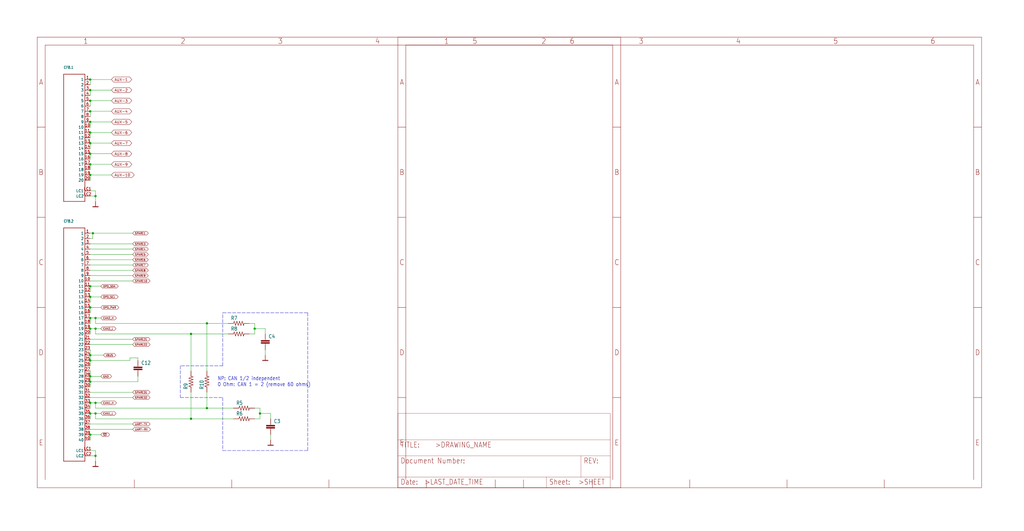
<source format=kicad_sch>
(kicad_sch (version 20211123) (generator eeschema)
  (paper "User" 490.22 254.406)
  (lib_symbols
    (symbol "oresat-backplane-1u-eagle-import:C-EU0603-C-NOSILK"
      (property "Reference" "C" (at 1.524 0.381 0))
      (property "Value" "C-EU0603-C-NOSILK" (at 1.524 -4.699 0))
      (symbol "C-EU0603-C-NOSILK_1_0"
        (rectangle (start -2.032 -2.032) (end 2.032 -1.524) (fill (type outline)))
        (rectangle (start -2.032 -1.016) (end 2.032 -0.508) (fill (type outline)))
        (polyline (pts (xy 0 -2.54) (xy 0 -2.032)) (stroke (width 0.1524)))
        (polyline (pts (xy 0 0) (xy 0 -0.508)) (stroke (width 0.1524)))
        (pin passive line (at 0 2.54 270) (length 2.54) (name "1") (number "1"))
        (pin passive line (at 0 -5.08 90) (length 2.54) (name "2") (number "2"))
      )
    )
    (symbol "oresat-backplane-1u-eagle-import:C-EU1206-B"
      (property "Reference" "C" (at 1.524 0.381 0))
      (property "Value" "C-EU1206-B" (at 1.524 -4.699 0))
      (symbol "C-EU1206-B_1_0"
        (rectangle (start -2.032 -2.032) (end 2.032 -1.524) (fill (type outline)))
        (rectangle (start -2.032 -1.016) (end 2.032 -0.508) (fill (type outline)))
        (polyline (pts (xy 0 -2.54) (xy 0 -2.032)) (stroke (width 0.1524)))
        (polyline (pts (xy 0 0) (xy 0 -0.508)) (stroke (width 0.1524)))
        (pin passive line (at 0 2.54 270) (length 2.54) (name "1") (number "1"))
        (pin passive line (at 0 -5.08 90) (length 2.54) (name "2") (number "2"))
      )
    )
    (symbol "oresat-backplane-1u-eagle-import:FRAME_A_L"
      (symbol "FRAME_A_L_0_0"
        (polyline (pts (xy 0 43.18) (xy 3.81 43.18)))
        (polyline (pts (xy 0 86.36) (xy 3.81 86.36)))
        (polyline (pts (xy 0 129.54) (xy 3.81 129.54)))
        (polyline (pts (xy 0 172.72) (xy 3.81 172.72)))
        (polyline (pts (xy 3.81 3.81) (xy 3.81 212.09)))
        (polyline (pts (xy 46.5667 0) (xy 46.5667 3.81)))
        (polyline (pts (xy 93.1333 0) (xy 93.1333 3.81)))
        (polyline (pts (xy 139.7 0) (xy 139.7 3.81)))
        (polyline (pts (xy 186.2667 0) (xy 186.2667 3.81)))
        (polyline (pts (xy 232.8333 0) (xy 232.8333 3.81)))
        (polyline (pts (xy 275.59 3.81) (xy 275.59 212.09)))
        (polyline (pts (xy 275.59 43.18) (xy 279.4 43.18)))
        (polyline (pts (xy 275.59 86.36) (xy 279.4 86.36)))
        (polyline (pts (xy 275.59 129.54) (xy 279.4 129.54)))
        (polyline (pts (xy 275.59 172.72) (xy 279.4 172.72)))
        (polyline (pts (xy 275.59 212.09) (xy 3.81 212.09)))
        (polyline (pts (xy 0 0) (xy 279.4 0) (xy 279.4 215.9) (xy 0 215.9) (xy 0 0)))
        (text "1" (at 23.2833 213.995 0) (effects (font (size 2.54 2.286))))
        (text "2" (at 69.85 213.995 0) (effects (font (size 2.54 2.286))))
        (text "3" (at 116.4167 213.995 0) (effects (font (size 2.54 2.286))))
        (text "4" (at 162.9833 213.995 0) (effects (font (size 2.54 2.286))))
        (text "5" (at 209.55 213.995 0) (effects (font (size 2.54 2.286))))
        (text "6" (at 256.1167 213.995 0) (effects (font (size 2.54 2.286))))
        (text "A" (at 1.905 194.31 0) (effects (font (size 2.54 2.286))))
        (text "A" (at 277.495 194.31 0) (effects (font (size 2.54 2.286))))
        (text "B" (at 1.905 151.13 0) (effects (font (size 2.54 2.286))))
        (text "B" (at 277.495 151.13 0) (effects (font (size 2.54 2.286))))
        (text "C" (at 1.905 107.95 0) (effects (font (size 2.54 2.286))))
        (text "C" (at 277.495 107.95 0) (effects (font (size 2.54 2.286))))
        (text "D" (at 1.905 64.77 0) (effects (font (size 2.54 2.286))))
        (text "D" (at 277.495 64.77 0) (effects (font (size 2.54 2.286))))
        (text "E" (at 1.905 21.59 0) (effects (font (size 2.54 2.286))))
        (text "E" (at 277.495 21.59 0) (effects (font (size 2.54 2.286))))
      )
      (symbol "FRAME_A_L_2_0"
        (polyline (pts (xy 0 0) (xy 0 5.08)) (stroke (width 0.1016)))
        (polyline (pts (xy 0 0) (xy 71.12 0)) (stroke (width 0.1016)))
        (polyline (pts (xy 0 5.08) (xy 0 15.24)) (stroke (width 0.1016)))
        (polyline (pts (xy 0 5.08) (xy 71.12 5.08)) (stroke (width 0.1016)))
        (polyline (pts (xy 0 15.24) (xy 0 22.86)) (stroke (width 0.1016)))
        (polyline (pts (xy 0 22.86) (xy 0 35.56)) (stroke (width 0.1016)))
        (polyline (pts (xy 0 22.86) (xy 101.6 22.86)) (stroke (width 0.1016)))
        (polyline (pts (xy 71.12 0) (xy 101.6 0)) (stroke (width 0.1016)))
        (polyline (pts (xy 71.12 5.08) (xy 71.12 0)) (stroke (width 0.1016)))
        (polyline (pts (xy 71.12 5.08) (xy 87.63 5.08)) (stroke (width 0.1016)))
        (polyline (pts (xy 87.63 5.08) (xy 101.6 5.08)) (stroke (width 0.1016)))
        (polyline (pts (xy 87.63 15.24) (xy 0 15.24)) (stroke (width 0.1016)))
        (polyline (pts (xy 87.63 15.24) (xy 87.63 5.08)) (stroke (width 0.1016)))
        (polyline (pts (xy 101.6 5.08) (xy 101.6 0)) (stroke (width 0.1016)))
        (polyline (pts (xy 101.6 15.24) (xy 87.63 15.24)) (stroke (width 0.1016)))
        (polyline (pts (xy 101.6 15.24) (xy 101.6 5.08)) (stroke (width 0.1016)))
        (polyline (pts (xy 101.6 22.86) (xy 101.6 15.24)) (stroke (width 0.1016)))
        (polyline (pts (xy 101.6 35.56) (xy 0 35.56)) (stroke (width 0.1016)))
        (polyline (pts (xy 101.6 35.56) (xy 101.6 22.86)) (stroke (width 0.1016)))
        (text ">DRAWING_NAME" (at 17.78 19.05 0) (effects (font (size 2.54 2.159)) (justify left bottom)))
        (text ">LAST_DATE_TIME" (at 12.7 1.27 0) (effects (font (size 2.54 2.159)) (justify left bottom)))
        (text ">SHEET" (at 86.36 1.27 0) (effects (font (size 2.54 2.159)) (justify left bottom)))
        (text "Date:" (at 1.27 1.27 0) (effects (font (size 2.54 2.159)) (justify left bottom)))
        (text "Document Number:" (at 1.27 11.43 0) (effects (font (size 2.54 2.159)) (justify left bottom)))
        (text "REV:" (at 88.9 11.43 0) (effects (font (size 2.54 2.159)) (justify left bottom)))
        (text "Sheet:" (at 72.39 1.27 0) (effects (font (size 2.54 2.159)) (justify left bottom)))
        (text "TITLE:" (at 1.27 19.05 0) (effects (font (size 2.54 2.159)) (justify left bottom)))
      )
    )
    (symbol "oresat-backplane-1u-eagle-import:GND" (power)
      (symbol "GND_1_0"
        (polyline (pts (xy -1.27 -2.54) (xy 1.27 -2.54)) (stroke (width 0.4064)))
        (pin power_in line (at 0 0 270) (length 2.54) (name "GND") (number "1"))
      )
    )
    (symbol "oresat-backplane-1u-eagle-import:R-US_0603-B-NOSILK"
      (property "Reference" "R" (at -3.81 1.4986 0))
      (property "Value" "R-US_0603-B-NOSILK" (at -3.81 -3.302 0))
      (symbol "R-US_0603-B-NOSILK_1_0"
        (polyline (pts (xy -2.54 0) (xy -2.159 1.016)) (stroke (width 0.2032)))
        (polyline (pts (xy -2.159 1.016) (xy -1.524 -1.016)) (stroke (width 0.2032)))
        (polyline (pts (xy -1.524 -1.016) (xy -0.889 1.016)) (stroke (width 0.2032)))
        (polyline (pts (xy -0.889 1.016) (xy -0.254 -1.016)) (stroke (width 0.2032)))
        (polyline (pts (xy -0.254 -1.016) (xy 0.381 1.016)) (stroke (width 0.2032)))
        (polyline (pts (xy 0.381 1.016) (xy 1.016 -1.016)) (stroke (width 0.2032)))
        (polyline (pts (xy 1.016 -1.016) (xy 1.651 1.016)) (stroke (width 0.2032)))
        (polyline (pts (xy 1.651 1.016) (xy 2.286 -1.016)) (stroke (width 0.2032)))
        (polyline (pts (xy 2.286 -1.016) (xy 2.54 0)) (stroke (width 0.2032)))
        (pin passive line (at -5.08 0 0) (length 2.54) (name "1") (number "1"))
        (pin passive line (at 5.08 0 180) (length 2.54) (name "2") (number "2"))
      )
    )
    (symbol "oresat-backplane-1u-eagle-import:R-US_1206-C"
      (property "Reference" "R" (at -3.81 1.4986 0))
      (property "Value" "R-US_1206-C" (at -3.81 -3.302 0))
      (symbol "R-US_1206-C_1_0"
        (polyline (pts (xy -2.54 0) (xy -2.159 1.016)) (stroke (width 0.2032)))
        (polyline (pts (xy -2.159 1.016) (xy -1.524 -1.016)) (stroke (width 0.2032)))
        (polyline (pts (xy -1.524 -1.016) (xy -0.889 1.016)) (stroke (width 0.2032)))
        (polyline (pts (xy -0.889 1.016) (xy -0.254 -1.016)) (stroke (width 0.2032)))
        (polyline (pts (xy -0.254 -1.016) (xy 0.381 1.016)) (stroke (width 0.2032)))
        (polyline (pts (xy 0.381 1.016) (xy 1.016 -1.016)) (stroke (width 0.2032)))
        (polyline (pts (xy 1.016 -1.016) (xy 1.651 1.016)) (stroke (width 0.2032)))
        (polyline (pts (xy 1.651 1.016) (xy 2.286 -1.016)) (stroke (width 0.2032)))
        (polyline (pts (xy 2.286 -1.016) (xy 2.54 0)) (stroke (width 0.2032)))
        (pin passive line (at -5.08 0 0) (length 2.54) (name "1") (number "1"))
        (pin passive line (at 5.08 0 180) (length 2.54) (name "2") (number "2"))
      )
    )
    (symbol "oresat-backplane-1u-eagle-import:SFM-110-X1-XXX-D-LC"
      (property "Reference" "CF" (at -2.54 33.02 0))
      (property "Value" "SFM-110-X1-XXX-D-LC" (at -2.54 31.75 0))
      (symbol "SFM-110-X1-XXX-D-LC_1_0"
        (polyline (pts (xy -2.54 -30.48) (xy -2.54 30.48)) (stroke (width 0.254)))
        (polyline (pts (xy -2.54 30.48) (xy 7.62 30.48)) (stroke (width 0.254)))
        (polyline (pts (xy 7.62 -30.48) (xy -2.54 -30.48)) (stroke (width 0.254)))
        (polyline (pts (xy 7.62 30.48) (xy 7.62 -30.48)) (stroke (width 0.254)))
        (pin passive line (at 10.16 27.94 180) (length 2.54) (name "1") (number "1"))
        (pin passive line (at 10.16 5.08 180) (length 2.54) (name "10") (number "10"))
        (pin passive line (at 10.16 2.54 180) (length 2.54) (name "11") (number "11"))
        (pin passive line (at 10.16 0 180) (length 2.54) (name "12") (number "12"))
        (pin passive line (at 10.16 -2.54 180) (length 2.54) (name "13") (number "13"))
        (pin passive line (at 10.16 -5.08 180) (length 2.54) (name "14") (number "14"))
        (pin passive line (at 10.16 -7.62 180) (length 2.54) (name "15") (number "15"))
        (pin passive line (at 10.16 -10.16 180) (length 2.54) (name "16") (number "16"))
        (pin passive line (at 10.16 -12.7 180) (length 2.54) (name "17") (number "17"))
        (pin passive line (at 10.16 -15.24 180) (length 2.54) (name "18") (number "18"))
        (pin passive line (at 10.16 -17.78 180) (length 2.54) (name "19") (number "19"))
        (pin passive line (at 10.16 25.4 180) (length 2.54) (name "2") (number "2"))
        (pin passive line (at 10.16 -20.32 180) (length 2.54) (name "20") (number "20"))
        (pin passive line (at 10.16 22.86 180) (length 2.54) (name "3") (number "3"))
        (pin passive line (at 10.16 20.32 180) (length 2.54) (name "4") (number "4"))
        (pin passive line (at 10.16 17.78 180) (length 2.54) (name "5") (number "5"))
        (pin passive line (at 10.16 15.24 180) (length 2.54) (name "6") (number "6"))
        (pin passive line (at 10.16 12.7 180) (length 2.54) (name "7") (number "7"))
        (pin passive line (at 10.16 10.16 180) (length 2.54) (name "8") (number "8"))
        (pin passive line (at 10.16 7.62 180) (length 2.54) (name "9") (number "9"))
        (pin passive line (at 10.16 -25.4 180) (length 2.54) (name "LC1") (number "LC1"))
        (pin passive line (at 10.16 -27.94 180) (length 2.54) (name "LC2") (number "LC2"))
      )
    )
    (symbol "oresat-backplane-1u-eagle-import:SFM-120-X1-XXX-D"
      (property "Reference" "J" (at -2.54 50.8 0))
      (property "Value" "SFM-120-X1-XXX-D" (at -2.54 49.53 0))
      (symbol "SFM-120-X1-XXX-D_1_0"
        (polyline (pts (xy -2.54 -63.5) (xy -2.54 48.26)) (stroke (width 0.254)))
        (polyline (pts (xy -2.54 48.26) (xy 7.62 48.26)) (stroke (width 0.254)))
        (polyline (pts (xy 7.62 -63.5) (xy -2.54 -63.5)) (stroke (width 0.254)))
        (polyline (pts (xy 7.62 48.26) (xy 7.62 -63.5)) (stroke (width 0.254)))
        (pin passive line (at 10.16 45.72 180) (length 2.54) (name "1") (number "1"))
        (pin passive line (at 10.16 22.86 180) (length 2.54) (name "10") (number "10"))
        (pin passive line (at 10.16 20.32 180) (length 2.54) (name "11") (number "11"))
        (pin passive line (at 10.16 17.78 180) (length 2.54) (name "12") (number "12"))
        (pin passive line (at 10.16 15.24 180) (length 2.54) (name "13") (number "13"))
        (pin passive line (at 10.16 12.7 180) (length 2.54) (name "14") (number "14"))
        (pin passive line (at 10.16 10.16 180) (length 2.54) (name "15") (number "15"))
        (pin passive line (at 10.16 7.62 180) (length 2.54) (name "16") (number "16"))
        (pin passive line (at 10.16 5.08 180) (length 2.54) (name "17") (number "17"))
        (pin passive line (at 10.16 2.54 180) (length 2.54) (name "18") (number "18"))
        (pin passive line (at 10.16 0 180) (length 2.54) (name "19") (number "19"))
        (pin passive line (at 10.16 43.18 180) (length 2.54) (name "2") (number "2"))
        (pin passive line (at 10.16 -2.54 180) (length 2.54) (name "20") (number "20"))
        (pin passive line (at 10.16 -5.08 180) (length 2.54) (name "21") (number "21"))
        (pin passive line (at 10.16 -7.62 180) (length 2.54) (name "22") (number "22"))
        (pin passive line (at 10.16 -10.16 180) (length 2.54) (name "23") (number "23"))
        (pin passive line (at 10.16 -12.7 180) (length 2.54) (name "24") (number "24"))
        (pin passive line (at 10.16 -15.24 180) (length 2.54) (name "25") (number "25"))
        (pin passive line (at 10.16 -17.78 180) (length 2.54) (name "26") (number "26"))
        (pin passive line (at 10.16 -20.32 180) (length 2.54) (name "27") (number "27"))
        (pin passive line (at 10.16 -22.86 180) (length 2.54) (name "28") (number "28"))
        (pin passive line (at 10.16 -25.4 180) (length 2.54) (name "29") (number "29"))
        (pin passive line (at 10.16 40.64 180) (length 2.54) (name "3") (number "3"))
        (pin passive line (at 10.16 -27.94 180) (length 2.54) (name "30") (number "30"))
        (pin passive line (at 10.16 -30.48 180) (length 2.54) (name "31") (number "31"))
        (pin passive line (at 10.16 -33.02 180) (length 2.54) (name "32") (number "32"))
        (pin passive line (at 10.16 -35.56 180) (length 2.54) (name "33") (number "33"))
        (pin passive line (at 10.16 -38.1 180) (length 2.54) (name "34") (number "34"))
        (pin passive line (at 10.16 -40.64 180) (length 2.54) (name "35") (number "35"))
        (pin passive line (at 10.16 -43.18 180) (length 2.54) (name "36") (number "36"))
        (pin passive line (at 10.16 -45.72 180) (length 2.54) (name "37") (number "37"))
        (pin passive line (at 10.16 -48.26 180) (length 2.54) (name "38") (number "38"))
        (pin passive line (at 10.16 -50.8 180) (length 2.54) (name "39") (number "39"))
        (pin passive line (at 10.16 38.1 180) (length 2.54) (name "4") (number "4"))
        (pin passive line (at 10.16 -53.34 180) (length 2.54) (name "40") (number "40"))
        (pin passive line (at 10.16 35.56 180) (length 2.54) (name "5") (number "5"))
        (pin passive line (at 10.16 33.02 180) (length 2.54) (name "6") (number "6"))
        (pin passive line (at 10.16 30.48 180) (length 2.54) (name "7") (number "7"))
        (pin passive line (at 10.16 27.94 180) (length 2.54) (name "8") (number "8"))
        (pin passive line (at 10.16 25.4 180) (length 2.54) (name "9") (number "9"))
        (pin passive line (at 10.16 -58.42 180) (length 2.54) (name "LC1") (number "LC1"))
        (pin passive line (at 10.16 -60.96 180) (length 2.54) (name "LC2") (number "LC2"))
      )
    )
  )
  (junction (at 45.72 157.48))
  (junction (at 43.18 208.28))
  (junction (at 45.72 193.04))
  (junction (at 43.18 172.72))
  (junction (at 91.44 200.66))
  (junction (at 43.18 147.32))
  (junction (at 99.06 154.94))
  (junction (at 43.18 142.24))
  (junction (at 45.72 93.98))
  (junction (at 45.72 152.4))
  (junction (at 45.72 218.44))
  (junction (at 45.72 198.12))
  (junction (at 43.18 182.88))
  (junction (at 43.18 63.5))
  (junction (at 43.18 157.48))
  (junction (at 43.18 198.12))
  (junction (at 43.18 73.66))
  (junction (at 43.18 78.74))
  (junction (at 99.06 195.58))
  (junction (at 43.18 48.26))
  (junction (at 43.18 193.04))
  (junction (at 43.18 68.58))
  (junction (at 43.18 83.82))
  (junction (at 43.18 53.34))
  (junction (at 124.46 198.12))
  (junction (at 43.18 180.34))
  (junction (at 43.18 170.18))
  (junction (at 43.18 43.18))
  (junction (at 44.45 111.76))
  (junction (at 91.44 160.02))
  (junction (at 43.18 152.4))
  (junction (at 43.18 137.16))
  (junction (at 121.92 157.48))
  (junction (at 43.18 38.1))
  (junction (at 43.18 58.42))
  (wire (pts (xy 43.18 121.92) (xy 63.5 121.92)))
  (wire (pts (xy 45.72 200.66) (xy 45.72 198.12)))
  (wire (pts (xy 111.76 200.66) (xy 91.44 200.66)))
  (wire (pts (xy 129.54 208.28) (xy 129.54 210.82)))
  (wire (pts (xy 43.18 116.84) (xy 63.5 116.84)))
  (wire (pts (xy 45.72 157.48) (xy 43.18 157.48)))
  (wire (pts (xy 48.26 147.32) (xy 43.18 147.32)))
  (wire (pts (xy 124.46 198.12) (xy 124.46 200.66)))
  (wire (pts (xy 43.18 48.26) (xy 43.18 50.8)))
  (wire (pts (xy 124.46 200.66) (xy 121.92 200.66)))
  (wire (pts (xy 43.18 187.96) (xy 63.5 187.96)))
  (polyline (pts (xy 106.68 215.9) (xy 147.32 215.9)))
  (wire (pts (xy 48.26 157.48) (xy 45.72 157.48)))
  (wire (pts (xy 43.18 111.76) (xy 44.45 111.76)))
  (wire (pts (xy 119.38 154.94) (xy 121.92 154.94)))
  (wire (pts (xy 43.18 198.12) (xy 43.18 200.66)))
  (wire (pts (xy 48.26 208.28) (xy 43.18 208.28)))
  (wire (pts (xy 44.45 111.76) (xy 63.5 111.76)))
  (wire (pts (xy 43.18 68.58) (xy 53.34 68.58)))
  (wire (pts (xy 45.72 154.94) (xy 45.72 152.4)))
  (wire (pts (xy 43.18 114.3) (xy 44.45 114.3)))
  (wire (pts (xy 43.18 53.34) (xy 43.18 55.88)))
  (wire (pts (xy 43.18 172.72) (xy 62.23 172.72)))
  (wire (pts (xy 48.26 137.16) (xy 43.18 137.16)))
  (wire (pts (xy 99.06 187.96) (xy 99.06 195.58)))
  (wire (pts (xy 43.18 63.5) (xy 53.34 63.5)))
  (polyline (pts (xy 86.36 175.26) (xy 86.36 190.5)))
  (wire (pts (xy 43.18 203.2) (xy 63.5 203.2)))
  (wire (pts (xy 111.76 195.58) (xy 99.06 195.58)))
  (wire (pts (xy 45.72 93.98) (xy 43.18 93.98)))
  (wire (pts (xy 45.72 215.9) (xy 45.72 218.44)))
  (wire (pts (xy 43.18 73.66) (xy 43.18 76.2)))
  (wire (pts (xy 43.18 208.28) (xy 43.18 210.82)))
  (polyline (pts (xy 147.32 149.86) (xy 147.32 175.26)))
  (wire (pts (xy 43.18 78.74) (xy 43.18 81.28)))
  (wire (pts (xy 43.18 172.72) (xy 43.18 175.26)))
  (wire (pts (xy 48.26 142.24) (xy 43.18 142.24)))
  (wire (pts (xy 43.18 177.8) (xy 43.18 180.34)))
  (wire (pts (xy 43.18 53.34) (xy 53.34 53.34)))
  (wire (pts (xy 43.18 78.74) (xy 53.34 78.74)))
  (wire (pts (xy 127 167.64) (xy 127 170.18)))
  (wire (pts (xy 43.18 43.18) (xy 43.18 45.72)))
  (wire (pts (xy 43.18 58.42) (xy 53.34 58.42)))
  (wire (pts (xy 45.72 93.98) (xy 45.72 91.44)))
  (wire (pts (xy 43.18 137.16) (xy 43.18 139.7)))
  (wire (pts (xy 43.18 147.32) (xy 43.18 149.86)))
  (wire (pts (xy 43.18 132.08) (xy 63.5 132.08)))
  (wire (pts (xy 43.18 152.4) (xy 43.18 154.94)))
  (wire (pts (xy 66.04 180.34) (xy 66.04 182.88)))
  (wire (pts (xy 43.18 180.34) (xy 43.18 182.88)))
  (wire (pts (xy 43.18 58.42) (xy 43.18 60.96)))
  (wire (pts (xy 62.23 171.45) (xy 66.04 171.45)))
  (wire (pts (xy 121.92 195.58) (xy 124.46 195.58)))
  (wire (pts (xy 43.18 129.54) (xy 63.5 129.54)))
  (wire (pts (xy 45.72 195.58) (xy 45.72 193.04)))
  (wire (pts (xy 66.04 182.88) (xy 43.18 182.88)))
  (wire (pts (xy 43.18 142.24) (xy 43.18 144.78)))
  (wire (pts (xy 43.18 48.26) (xy 53.34 48.26)))
  (wire (pts (xy 43.18 190.5) (xy 63.5 190.5)))
  (wire (pts (xy 45.72 96.52) (xy 45.72 93.98)))
  (wire (pts (xy 43.18 83.82) (xy 53.34 83.82)))
  (polyline (pts (xy 106.68 175.26) (xy 86.36 175.26)))
  (wire (pts (xy 62.23 172.72) (xy 62.23 171.45)))
  (wire (pts (xy 91.44 187.96) (xy 91.44 200.66)))
  (wire (pts (xy 43.18 68.58) (xy 43.18 71.12)))
  (wire (pts (xy 127 157.48) (xy 127 160.02)))
  (wire (pts (xy 91.44 160.02) (xy 45.72 160.02)))
  (wire (pts (xy 43.18 205.74) (xy 63.5 205.74)))
  (wire (pts (xy 43.18 119.38) (xy 63.5 119.38)))
  (wire (pts (xy 121.92 157.48) (xy 121.92 160.02)))
  (wire (pts (xy 43.18 157.48) (xy 43.18 160.02)))
  (wire (pts (xy 129.54 200.66) (xy 129.54 198.12)))
  (wire (pts (xy 45.72 152.4) (xy 43.18 152.4)))
  (wire (pts (xy 99.06 195.58) (xy 45.72 195.58)))
  (wire (pts (xy 43.18 63.5) (xy 43.18 66.04)))
  (wire (pts (xy 121.92 157.48) (xy 127 157.48)))
  (wire (pts (xy 49.53 170.18) (xy 43.18 170.18)))
  (wire (pts (xy 43.18 43.18) (xy 53.34 43.18)))
  (wire (pts (xy 48.26 193.04) (xy 45.72 193.04)))
  (wire (pts (xy 48.26 152.4) (xy 45.72 152.4)))
  (wire (pts (xy 124.46 198.12) (xy 129.54 198.12)))
  (wire (pts (xy 43.18 38.1) (xy 53.34 38.1)))
  (wire (pts (xy 121.92 160.02) (xy 119.38 160.02)))
  (wire (pts (xy 43.18 167.64) (xy 43.18 170.18)))
  (wire (pts (xy 109.22 154.94) (xy 99.06 154.94)))
  (wire (pts (xy 43.18 38.1) (xy 43.18 40.64)))
  (wire (pts (xy 44.45 114.3) (xy 44.45 111.76)))
  (polyline (pts (xy 106.68 149.86) (xy 147.32 149.86)))
  (wire (pts (xy 109.22 160.02) (xy 91.44 160.02)))
  (wire (pts (xy 66.04 171.45) (xy 66.04 172.72)))
  (wire (pts (xy 45.72 198.12) (xy 43.18 198.12)))
  (wire (pts (xy 43.18 193.04) (xy 43.18 195.58)))
  (wire (pts (xy 99.06 154.94) (xy 45.72 154.94)))
  (wire (pts (xy 43.18 215.9) (xy 45.72 215.9)))
  (wire (pts (xy 48.26 180.34) (xy 43.18 180.34)))
  (wire (pts (xy 43.18 170.18) (xy 43.18 172.72)))
  (wire (pts (xy 124.46 195.58) (xy 124.46 198.12)))
  (wire (pts (xy 43.18 218.44) (xy 45.72 218.44)))
  (wire (pts (xy 43.18 124.46) (xy 63.5 124.46)))
  (wire (pts (xy 43.18 165.1) (xy 63.5 165.1)))
  (wire (pts (xy 91.44 177.8) (xy 91.44 160.02)))
  (wire (pts (xy 45.72 193.04) (xy 43.18 193.04)))
  (wire (pts (xy 43.18 127) (xy 63.5 127)))
  (wire (pts (xy 43.18 73.66) (xy 53.34 73.66)))
  (wire (pts (xy 48.26 198.12) (xy 45.72 198.12)))
  (polyline (pts (xy 147.32 215.9) (xy 147.32 190.5)))
  (wire (pts (xy 91.44 200.66) (xy 45.72 200.66)))
  (wire (pts (xy 43.18 83.82) (xy 43.18 86.36)))
  (polyline (pts (xy 147.32 190.5) (xy 147.32 175.26)))
  (polyline (pts (xy 106.68 190.5) (xy 106.68 215.9)))
  (polyline (pts (xy 106.68 175.26) (xy 106.68 149.86)))
  (polyline (pts (xy 86.36 190.5) (xy 106.68 190.5)))
  (wire (pts (xy 43.18 182.88) (xy 43.18 185.42)))
  (wire (pts (xy 45.72 91.44) (xy 43.18 91.44)))
  (wire (pts (xy 99.06 177.8) (xy 99.06 154.94)))
  (wire (pts (xy 43.18 134.62) (xy 63.5 134.62)))
  (wire (pts (xy 45.72 160.02) (xy 45.72 157.48)))
  (wire (pts (xy 43.18 162.56) (xy 63.5 162.56)))
  (wire (pts (xy 45.72 218.44) (xy 45.72 220.98)))
  (wire (pts (xy 121.92 154.94) (xy 121.92 157.48)))
  (text "NP: CAN 1/2 independent\n0 Ohm: CAN 1 = 2 (remove 60 ohms)" (at 104.14 185.42 0) (effects (font (size 1.778 1.5113)) (justify left bottom)))
  (global_label "SPARE3" (shape bidirectional) (at 63.5 116.84 0) (effects (font (size 0.889 0.889))) (property "Intersheet References" "${INTERSHEET_REFS}" (effects hide)))
  (global_label "AUX-6" (shape bidirectional) (at 53.34 63.5 0) (effects (font (size 1.2446 1.2446))) (property "Intersheet References" "${INTERSHEET_REFS}" (effects hide)))
  (global_label "AUX-1" (shape bidirectional) (at 53.34 38.1 0) (effects (font (size 1.2446 1.2446))) (property "Intersheet References" "${INTERSHEET_REFS}" (effects hide)))
  (global_label "CAN2_L" (shape bidirectional) (at 48.26 157.48 0) (effects (font (size 0.889 0.889))) (property "Intersheet References" "${INTERSHEET_REFS}" (effects hide)))
  (global_label "CAN1_H" (shape bidirectional) (at 48.26 193.04 0) (effects (font (size 0.889 0.889))) (property "Intersheet References" "${INTERSHEET_REFS}" (effects hide)))
  (global_label "OPD_PWR" (shape bidirectional) (at 48.26 147.32 0) (effects (font (size 0.889 0.889))) (property "Intersheet References" "${INTERSHEET_REFS}" (effects hide)))
  (global_label "AUX-7" (shape bidirectional) (at 53.34 68.58 0) (effects (font (size 1.2446 1.2446))) (property "Intersheet References" "${INTERSHEET_REFS}" (effects hide)))
  (global_label "OPD_SDA" (shape bidirectional) (at 48.26 137.16 0) (effects (font (size 0.889 0.889))) (property "Intersheet References" "${INTERSHEET_REFS}" (effects hide)))
  (global_label "SPARE9" (shape bidirectional) (at 63.5 132.08 0) (effects (font (size 0.889 0.889))) (property "Intersheet References" "${INTERSHEET_REFS}" (effects hide)))
  (global_label "AUX-8" (shape bidirectional) (at 53.34 73.66 0) (effects (font (size 1.2446 1.2446))) (property "Intersheet References" "${INTERSHEET_REFS}" (effects hide)))
  (global_label "SPARE10" (shape bidirectional) (at 63.5 134.62 0) (effects (font (size 0.889 0.889))) (property "Intersheet References" "${INTERSHEET_REFS}" (effects hide)))
  (global_label "SPARE6" (shape bidirectional) (at 63.5 124.46 0) (effects (font (size 0.889 0.889))) (property "Intersheet References" "${INTERSHEET_REFS}" (effects hide)))
  (global_label "SPARE4" (shape bidirectional) (at 63.5 119.38 0) (effects (font (size 0.889 0.889))) (property "Intersheet References" "${INTERSHEET_REFS}" (effects hide)))
  (global_label "CAN2_H" (shape bidirectional) (at 48.26 152.4 0) (effects (font (size 0.889 0.889))) (property "Intersheet References" "${INTERSHEET_REFS}" (effects hide)))
  (global_label "AUX-10" (shape bidirectional) (at 53.34 83.82 0) (effects (font (size 1.2446 1.2446))) (property "Intersheet References" "${INTERSHEET_REFS}" (effects hide)))
  (global_label "UART-RX" (shape bidirectional) (at 63.5 205.74 0) (effects (font (size 0.889 0.889))) (property "Intersheet References" "${INTERSHEET_REFS}" (effects hide)))
  (global_label "AUX-5" (shape bidirectional) (at 53.34 58.42 0) (effects (font (size 1.2446 1.2446))) (property "Intersheet References" "${INTERSHEET_REFS}" (effects hide)))
  (global_label "SPARE8" (shape bidirectional) (at 63.5 129.54 0) (effects (font (size 0.889 0.889))) (property "Intersheet References" "${INTERSHEET_REFS}" (effects hide)))
  (global_label "AUX-2" (shape bidirectional) (at 53.34 43.18 0) (effects (font (size 1.2446 1.2446))) (property "Intersheet References" "${INTERSHEET_REFS}" (effects hide)))
  (global_label "VBUS" (shape bidirectional) (at 49.53 170.18 0) (effects (font (size 0.889 0.889))) (property "Intersheet References" "${INTERSHEET_REFS}" (effects hide)))
  (global_label "SPARE7" (shape bidirectional) (at 63.5 127 0) (effects (font (size 0.889 0.889))) (property "Intersheet References" "${INTERSHEET_REFS}" (effects hide)))
  (global_label "AUX-9" (shape bidirectional) (at 53.34 78.74 0) (effects (font (size 1.2446 1.2446))) (property "Intersheet References" "${INTERSHEET_REFS}" (effects hide)))
  (global_label "AUX-4" (shape bidirectional) (at 53.34 53.34 0) (effects (font (size 1.2446 1.2446))) (property "Intersheet References" "${INTERSHEET_REFS}" (effects hide)))
  (global_label "UART-TX" (shape bidirectional) (at 63.5 203.2 0) (effects (font (size 0.889 0.889))) (property "Intersheet References" "${INTERSHEET_REFS}" (effects hide)))
  (global_label "AUX-3" (shape bidirectional) (at 53.34 48.26 0) (effects (font (size 1.2446 1.2446))) (property "Intersheet References" "${INTERSHEET_REFS}" (effects hide)))
  (global_label "SPARE31" (shape bidirectional) (at 63.5 187.96 0) (effects (font (size 0.889 0.889))) (property "Intersheet References" "${INTERSHEET_REFS}" (effects hide)))
  (global_label "SPARE5" (shape bidirectional) (at 63.5 121.92 0) (effects (font (size 0.889 0.889))) (property "Intersheet References" "${INTERSHEET_REFS}" (effects hide)))
  (global_label "SPARE32" (shape bidirectional) (at 63.5 190.5 0) (effects (font (size 0.889 0.889))) (property "Intersheet References" "${INTERSHEET_REFS}" (effects hide)))
  (global_label "CAN1_L" (shape bidirectional) (at 48.26 198.12 0) (effects (font (size 0.889 0.889))) (property "Intersheet References" "${INTERSHEET_REFS}" (effects hide)))
  (global_label "SPARE22" (shape bidirectional) (at 63.5 165.1 0) (effects (font (size 0.889 0.889))) (property "Intersheet References" "${INTERSHEET_REFS}" (effects hide)))
  (global_label "GND" (shape bidirectional) (at 48.26 180.34 0) (effects (font (size 0.889 0.889))) (property "Intersheet References" "${INTERSHEET_REFS}" (effects hide)))
  (global_label "SPARE1" (shape bidirectional) (at 63.5 111.76 0) (effects (font (size 0.889 0.889))) (property "Intersheet References" "${INTERSHEET_REFS}" (effects hide)))
  (global_label "OPD_SCL" (shape bidirectional) (at 48.26 142.24 0) (effects (font (size 0.889 0.889))) (property "Intersheet References" "${INTERSHEET_REFS}" (effects hide)))
  (global_label "~{SD}" (shape bidirectional) (at 48.26 208.28 0) (effects (font (size 0.889 0.889))) (property "Intersheet References" "${INTERSHEET_REFS}" (effects hide)))
  (global_label "SPARE21" (shape bidirectional) (at 63.5 162.56 0) (effects (font (size 0.889 0.889))) (property "Intersheet References" "${INTERSHEET_REFS}" (effects hide)))
  (symbol (lib_id "oresat-backplane-1u-eagle-import:R-US_0603-B-NOSILK") (at 91.44 182.88 90) (unit 1)
    (property "Reference" "R9" (at 89.9414 186.69 0) (effects (font (size 1.778 1.5113)) (justify left bottom)))
  )
  (symbol (lib_id "oresat-backplane-1u-eagle-import:R-US_1206-C") (at 114.3 160.02 0) (unit 1)
    (property "Reference" "R8" (at 110.49 158.5214 0) (effects (font (size 1.778 1.5113)) (justify left bottom)))
  )
  (symbol (lib_id "oresat-backplane-1u-eagle-import:R-US_1206-C") (at 116.84 195.58 0) (unit 1)
    (property "Reference" "R5" (at 113.03 194.0814 0) (effects (font (size 1.778 1.5113)) (justify left bottom)))
  )
  (symbol (lib_id "oresat-backplane-1u-eagle-import:R-US_0603-B-NOSILK") (at 99.06 182.88 90) (unit 1)
    (property "Reference" "R10" (at 97.5614 186.69 0) (effects (font (size 1.778 1.5113)) (justify left bottom)))
  )
  (symbol (lib_id "oresat-backplane-1u-eagle-import:GND") (at 45.72 96.52 0) (unit 1)
    (property "Reference" "#GND77" (effects hide))
  )
  (symbol (lib_id "oresat-backplane-1u-eagle-import:SFM-120-X1-XXX-D") (at 33.02 157.48 0) (unit 1)
    (property "Reference" "CF8.2" (at 30.48 106.68 0) (effects (font (size 1.27 1.0795)) (justify left bottom)))
  )
  (symbol (lib_id "oresat-backplane-1u-eagle-import:R-US_1206-C") (at 114.3 154.94 0) (unit 1)
    (property "Reference" "R7" (at 110.49 153.4414 0) (effects (font (size 1.778 1.5113)) (justify left bottom)))
  )
  (symbol (lib_id "oresat-backplane-1u-eagle-import:GND") (at 129.54 210.82 0) (unit 1)
    (property "Reference" "#GND20" (effects hide))
  )
  (symbol (lib_id "oresat-backplane-1u-eagle-import:SFM-110-X1-XXX-D-LC") (at 33.02 66.04 0) (unit 1)
    (property "Reference" "CF8.1" (at 30.48 33.02 0) (effects (font (size 1.27 1.0795)) (justify left bottom)))
  )
  (symbol (lib_id "oresat-backplane-1u-eagle-import:FRAME_A_L") (at 17.78 233.68 0) (unit 1)
    (property "Reference" "#FRAME13" (effects hide))
  )
  (symbol (lib_id "oresat-backplane-1u-eagle-import:C-EU0603-C-NOSILK") (at 129.54 203.2 0) (unit 1)
    (property "Reference" "C3" (at 131.064 202.819 0) (effects (font (size 1.778 1.5113)) (justify left bottom)))
  )
  (symbol (lib_id "oresat-backplane-1u-eagle-import:C-EU0603-C-NOSILK") (at 127 162.56 0) (unit 1)
    (property "Reference" "C4" (at 128.524 162.179 0) (effects (font (size 1.778 1.5113)) (justify left bottom)))
  )
  (symbol (lib_id "oresat-backplane-1u-eagle-import:GND") (at 45.72 220.98 0) (unit 1)
    (property "Reference" "#GND73" (effects hide))
  )
  (symbol (lib_id "oresat-backplane-1u-eagle-import:R-US_1206-C") (at 116.84 200.66 0) (unit 1)
    (property "Reference" "R6" (at 113.03 199.1614 0) (effects (font (size 1.778 1.5113)) (justify left bottom)))
  )
  (symbol (lib_id "oresat-backplane-1u-eagle-import:GND") (at 127 170.18 0) (unit 1)
    (property "Reference" "#GND18" (effects hide))
  )
  (symbol (lib_id "oresat-backplane-1u-eagle-import:C-EU1206-B") (at 66.04 175.26 0) (unit 1)
    (property "Reference" "C12" (at 67.564 174.879 0) (effects (font (size 1.778 1.5113)) (justify left bottom)))
  )
  (symbol (lib_id "oresat-backplane-1u-eagle-import:FRAME_A_L") (at 190.5 233.68 0) (unit 2)
    (property "Reference" "#FRAME13" (effects hide))
  )
)
</source>
